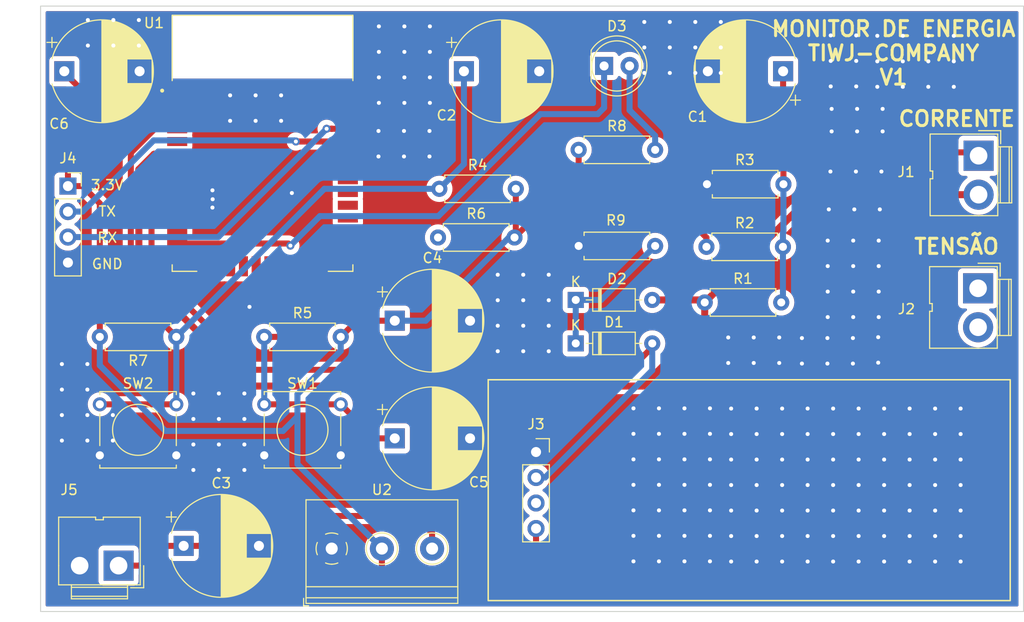
<source format=kicad_pcb>
(kicad_pcb (version 20211014) (generator pcbnew)
  (layers (0 "F.Cu" signal) (31 "B.Cu" signal) (34 "B.Paste" user) (35 "F.Paste" user) (36 "B.SilkS" user "B.Silkscreen") (37 "F.SilkS" user "F.Silkscreen") (38 "B.Mask" user) (39 "F.Mask" user) (44 "Edge.Cuts" user))
  (net 0 "")
  (net 1 "Net-(C1-Pad1)")
  (net 2 "GND")
  (net 3 "3.3V")
  (net 4 "5V")
  (net 5 "ADC1")
  (net 6 "ADCX")
  (net 7 "ADC0")
  (net 8 "LED")
  (net 9 "Net-(D3-Pad2)")
  (net 10 "RST")
  (net 11 "Net-(R6-Pad1)")
  (net 12 "FSH")
  (net 14 "TX")
  (net 15 "RX")
  (net 17 "FASE")
  (net 18 "NEUTRO")
  (footprint "Capacitor_THT:CP_Radial_D10.0mm_P7.50mm" (layer "F.Cu") (at 133.3223 67.18)
    (fp_text reference "C2" (at -1.7423 4.39) (layer "F.SilkS"))
    (fp_text value "100n")
    (pad "1" thru_hole rect (at 0 0) (size 2 2) (drill 1) (layers *.Cu *.Mask) (net 12 "FSH"))
    (pad "2" thru_hole circle (at 7.5 0) (size 2 2) (drill 1) (layers *.Cu *.Mask) (net 2 "GND"))
  )
  (footprint "Resistor_THT:R_Axial_DIN0207_L6.3mm_D2.5mm_P7.62mm_Horizontal" (layer "F.Cu") (at 152.37 84.58 180)
    (fp_text reference "R9" (at 3.91 2.55) (layer "F.SilkS"))
    (fp_text value "10k")
    (pad "1" thru_hole circle (at 0 0 180) (size 1.6 1.6) (drill 0.8) (layers *.Cu *.Mask) (net 6 "ADCX"))
    (pad "2" thru_hole oval (at 7.62 0 180) (size 1.6 1.6) (drill 0.8) (layers *.Cu *.Mask) (net 2 "GND"))
  )
  (footprint "Resistor_THT:R_Axial_DIN0207_L6.3mm_D2.5mm_P7.62mm_Horizontal" (layer "F.Cu") (at 104.67 93.64 180)
    (fp_text reference "R7" (at 3.81 -2.37) (layer "F.SilkS"))
    (fp_text value "10k")
    (pad "1" thru_hole circle (at 0 0 180) (size 1.6 1.6) (drill 0.8) (layers *.Cu *.Mask) (net 12 "FSH"))
    (pad "2" thru_hole oval (at 7.62 0 180) (size 1.6 1.6) (drill 0.8) (layers *.Cu *.Mask) (net 3 "3.3V"))
  )
  (footprint "TerminalBlock_Philmore:TerminalBlock_Philmore_TB133_1x03_P5.00mm_Horizontal" (layer "F.Cu") (at 120.15 114.73)
    (fp_text reference "U2" (at 5 -5.86) (layer "F.SilkS"))
    (fp_text value "LM1117-3.3")
    (pad "1" thru_hole rect (at 0 0) (size 2.4 2.4) (drill 1.2) (layers *.Cu *.Mask) (net 2 "GND"))
    (pad "2" thru_hole circle (at 5 0) (size 2.4 2.4) (drill 1.2) (layers *.Cu *.Mask) (net 3 "3.3V"))
    (pad "3" thru_hole circle (at 10 0) (size 2.4 2.4) (drill 1.2) (layers *.Cu *.Mask) (net 4 "5V"))
  )
  (footprint "Resistor_THT:R_Axial_DIN0207_L6.3mm_D2.5mm_P7.62mm_Horizontal" (layer "F.Cu") (at 130.74 83.74)
    (fp_text reference "R6" (at 3.81 -2.37) (layer "F.SilkS"))
    (fp_text value "10k")
    (pad "1" thru_hole circle (at 0 0) (size 1.6 1.6) (drill 0.8) (layers *.Cu *.Mask) (net 11 "Net-(R6-Pad1)"))
    (pad "2" thru_hole oval (at 7.62 0) (size 1.6 1.6) (drill 0.8) (layers *.Cu *.Mask) (net 3 "3.3V"))
  )
  (footprint "Resistor_THT:R_Axial_DIN0207_L6.3mm_D2.5mm_P7.62mm_Horizontal" (layer "F.Cu") (at 157.48 84.67)
    (fp_text reference "R2" (at 3.81 -2.37) (layer "F.SilkS"))
    (fp_text value "475k")
    (pad "1" thru_hole circle (at 0 0) (size 1.6 1.6) (drill 0.8) (layers *.Cu *.Mask) (net 3 "3.3V"))
    (pad "2" thru_hole oval (at 7.62 0) (size 1.6 1.6) (drill 0.8) (layers *.Cu *.Mask) (net 1 "Net-(C1-Pad1)"))
  )
  (footprint "Connector_PinSocket_2.54mm:PinSocket_1x04_P2.54mm_Vertical" (layer "F.Cu") (at 140.505 105.11)
    (fp_text reference "J3" (at 0 -2.77) (layer "F.SilkS"))
    (fp_text value "Conn_01x04_Female")
    (pad "1" thru_hole rect (at 0 0) (size 1.7 1.7) (drill 1) (layers *.Cu *.Mask) (net 2 "GND"))
    (pad "2" thru_hole oval (at 0 2.54) (size 1.7 1.7) (drill 1) (layers *.Cu *.Mask) (net 5 "ADC1"))
    (pad "3" thru_hole oval (at 0 5.08) (size 1.7 1.7) (drill 1) (layers *.Cu *.Mask))
    (pad "4" thru_hole oval (at 0 7.62) (size 1.7 1.7) (drill 1) (layers *.Cu *.Mask) (net 3 "3.3V"))
  )
  (footprint "Capacitor_THT:CP_Radial_D10.0mm_P7.50mm" (layer "F.Cu") (at 93.512323 67.18)
    (fp_text reference "C6" (at -0.522323 5.23) (layer "F.SilkS"))
    (fp_text value "100n")
    (pad "1" thru_hole rect (at 0 0) (size 2 2) (drill 1) (layers *.Cu *.Mask) (net 3 "3.3V"))
    (pad "2" thru_hole circle (at 7.5 0) (size 2 2) (drill 1) (layers *.Cu *.Mask) (net 2 "GND"))
  )
  (footprint "Connector:JWT_A3963_1x02_P3.96mm_Vertical" (layer "F.Cu") (at 184.54 88.8025 -90)
    (fp_text reference "J2" (at 2.0675 7.14 180) (layer "F.SilkS"))
    (fp_text value "Screw_Terminal_01x02")
    (pad "1" thru_hole rect (at 0 0 270) (size 3 3) (drill 1.75) (layers *.Cu *.Mask) (net 17 "FASE"))
    (pad "2" thru_hole circle (at 3.88 0 270) (size 3 3) (drill 1.75) (layers *.Cu *.Mask) (net 18 "NEUTRO"))
  )
  (footprint "Diode_THT:D_DO-35_SOD27_P7.62mm_Horizontal" (layer "F.Cu") (at 144.46 89.96)
    (fp_text reference "D2" (at 4.1 -2.09) (layer "F.SilkS"))
    (fp_text value "DIODE")
    (fp_text user "K" (at 0 -1.8) (layer "F.SilkS"))
    (pad "1" thru_hole oval (at 7.62 0) (size 1.6 1.6) (drill 0.8) (layers *.Cu *.Mask) (net 7 "ADC0"))
    (pad "2" thru_hole rect (at 0 0) (size 1.6 1.6) (drill 0.8) (layers *.Cu *.Mask) (net 6 "ADCX"))
  )
  (footprint "Resistor_THT:R_Axial_DIN0207_L6.3mm_D2.5mm_P7.62mm_Horizontal" (layer "F.Cu") (at 113.43 93.64)
    (fp_text reference "R5" (at 3.81 -2.37) (layer "F.SilkS"))
    (fp_text value "10k")
    (pad "1" thru_hole circle (at 0 0) (size 1.6 1.6) (drill 0.8) (layers *.Cu *.Mask) (net 10 "RST"))
    (pad "2" thru_hole oval (at 7.62 0) (size 1.6 1.6) (drill 0.8) (layers *.Cu *.Mask) (net 3 "3.3V"))
  )
  (footprint "Capacitor_THT:CP_Radial_D10.0mm_P7.50mm" (layer "F.Cu") (at 165.1177 67.18 180)
    (fp_text reference "C1" (at 8.5277 -4.53) (layer "F.SilkS"))
    (fp_text value "10u")
    (pad "1" thru_hole rect (at 0 0 180) (size 2 2) (drill 1) (layers *.Cu *.Mask) (net 1 "Net-(C1-Pad1)"))
    (pad "2" thru_hole circle (at 7.5 0 180) (size 2 2) (drill 1) (layers *.Cu *.Mask) (net 2 "GND"))
  )
  (footprint "Capacitor_THT:CP_Radial_D10.0mm_P7.50mm" (layer "F.Cu") (at 105.4023 114.46)
    (fp_text reference "C3" (at 3.75 -6.25) (layer "F.SilkS"))
    (fp_text value "10uF")
    (pad "1" thru_hole rect (at 0 0) (size 2 2) (drill 1) (layers *.Cu *.Mask) (net 4 "5V"))
    (pad "2" thru_hole circle (at 7.5 0) (size 2 2) (drill 1) (layers *.Cu *.Mask) (net 2 "GND"))
  )
  (footprint "LED_THT:LED_D5.0mm_IRBlack" (layer "F.Cu") (at 147.285 66.65)
    (fp_text reference "D3" (at 1.27 -3.96) (layer "F.SilkS"))
    (fp_text value "LED")
    (pad "1" thru_hole rect (at 0 0) (size 1.8 1.8) (drill 0.9) (layers *.Cu *.Mask) (net 8 "LED"))
    (pad "2" thru_hole circle (at 2.54 0) (size 1.8 1.8) (drill 0.9) (layers *.Cu *.Mask) (net 9 "Net-(D3-Pad2)"))
  )
  (footprint "Resistor_THT:R_Axial_DIN0207_L6.3mm_D2.5mm_P7.62mm_Horizontal" (layer "F.Cu") (at 130.87 78.89)
    (fp_text reference "R4" (at 3.81 -2.37) (layer "F.SilkS"))
    (fp_text value "10k")
    (pad "1" thru_hole circle (at 0 0) (size 1.6 1.6) (drill 0.8) (layers *.Cu *.Mask) (net 12 "FSH"))
    (pad "2" thru_hole oval (at 7.62 0) (size 1.6 1.6) (drill 0.8) (layers *.Cu *.Mask) (net 3 "3.3V"))
  )
  (footprint "Connector_PinSocket_2.54mm:PinSocket_1x04_P2.54mm_Vertical" (layer "F.Cu") (at 93.875 78.62)
    (fp_text reference "J4" (at 0 -2.77) (layer "F.SilkS"))
    (fp_text value "Conn_01x04_Male")
    (pad "1" thru_hole rect (at 0 0) (size 1.7 1.7) (drill 1) (layers *.Cu *.Mask) (net 3 "3.3V"))
    (pad "2" thru_hole oval (at 0 2.54) (size 1.7 1.7) (drill 1) (layers *.Cu *.Mask) (net 14 "TX"))
    (pad "3" thru_hole oval (at 0 5.08) (size 1.7 1.7) (drill 1) (layers *.Cu *.Mask) (net 15 "RX"))
    (pad "4" thru_hole oval (at 0 7.62) (size 1.7 1.7) (drill 1) (layers *.Cu *.Mask) (net 2 "GND"))
  )
  (footprint "Capacitor_THT:CP_Radial_D10.0mm_P7.50mm" (layer "F.Cu") (at 126.432323 103.75)
    (fp_text reference "C5" (at 8.367677 4.37) (layer "F.SilkS"))
    (fp_text value "100n")
    (pad "1" thru_hole rect (at 0 0) (size 2 2) (drill 1) (layers *.Cu *.Mask) (net 10 "RST"))
    (pad "2" thru_hole circle (at 7.5 0) (size 2 2) (drill 1) (layers *.Cu *.Mask) (net 2 "GND"))
  )
  (footprint "Connector:JWT_A3963_1x02_P3.96mm_Vertical" (layer "F.Cu") (at 184.59 75.595 -90)
    (fp_text reference "J1" (at 1.615 7.22 180) (layer "F.SilkS"))
    (fp_text value "Screw_Terminal_01x02")
    (pad "1" thru_hole rect (at 0 0 270) (size 3 3) (drill 1.75) (layers *.Cu *.Mask) (net 1 "Net-(C1-Pad1)"))
    (pad "2" thru_hole circle (at 3.88 0 270) (size 3 3) (drill 1.75) (layers *.Cu *.Mask) (net 7 "ADC0"))
  )
  (footprint "Button_Switch_THT:SW_Tactile_Straight_KSL0Axx1LFTR" (layer "F.Cu") (at 113.43 100.36)
    (fp_text reference "SW1" (at 3.81 -2.08) (layer "F.SilkS"))
    (fp_text value "SW_Push")
    (pad "1" thru_hole circle (at 0 0) (size 1.397 1.397) (drill 0.8128) (layers *.Cu *.Mask) (net 10 "RST"))
    (pad "1" thru_hole circle (at 7.62 0) (size 1.397 1.397) (drill 0.8128) (layers *.Cu *.Mask) (net 10 "RST"))
    (pad "2" thru_hole circle (at 0 5.08) (size 1.397 1.397) (drill 0.8128) (layers *.Cu *.Mask) (net 2 "GND"))
    (pad "2" thru_hole circle (at 7.62 5.08) (size 1.397 1.397) (drill 0.8128) (layers *.Cu *.Mask) (net 2 "GND"))
  )
  (footprint "Button_Switch_THT:SW_Tactile_Straight_KSL0Axx1LFTR" (layer "F.Cu") (at 97.05 100.36)
    (fp_text reference "SW2" (at 3.81 -2.08) (layer "F.SilkS"))
    (fp_text value "SW_Push")
    (pad "1" thru_hole circle (at 0 0) (size 1.397 1.397) (drill 0.8128) (layers *.Cu *.Mask) (net 12 "FSH"))
    (pad "1" thru_hole circle (at 7.62 0) (size 1.397 1.397) (drill 0.8128) (layers *.Cu *.Mask) (net 12 "FSH"))
    (pad "2" thru_hole circle (at 0 5.08) (size 1.397 1.397) (drill 0.8128) (layers *.Cu *.Mask) (net 2 "GND"))
    (pad "2" thru_hole circle (at 7.62 5.08) (size 1.397 1.397) (drill 0.8128) (layers *.Cu *.Mask) (net 2 "GND"))
  )
  (footprint "Diode_THT:D_DO-35_SOD27_P7.62mm_Horizontal" (layer "F.Cu") (at 144.46 94.29)
    (fp_text reference "D1" (at 3.81 -2.12) (layer "F.SilkS"))
    (fp_text value "DIODE")
    (fp_text user "K" (at 0 -1.8) (layer "F.SilkS"))
    (pad "1" thru_hole oval (at 7.62 0) (size 1.6 1.6) (drill 0.8) (layers *.Cu *.Mask) (net 5 "ADC1"))
    (pad "2" thru_hole rect (at 0 0) (size 1.6 1.6) (drill 0.8) (layers *.Cu *.Mask) (net 6 "ADCX"))
  )
  (footprint "Connector:JWT_A3963_1x02_P3.96mm_Vertical" (layer "F.Cu") (at 98.92 116.43 180)
    (fp_text reference "J5" (at 4.93 7.55) (layer "F.SilkS"))
    (fp_text value "Screw_Terminal_01x02")
    (pad "1" thru_hole rect (at 0 0 180) (size 3 3) (drill 1.75) (layers *.Cu *.Mask) (net 4 "5V"))
    (pad "2" thru_hole circle (at 3.88 0 180) (size 3 3) (drill 1.75) (layers *.Cu *.Mask) (net 2 "GND"))
  )
  (footprint "esp32:MODULE_ESP32-WROOM-32" (layer "F.Cu") (at 113.26 74.36)
    (fp_text reference "U1" (at -10.81 -11.99) (layer "F.SilkS"))
    (fp_text value "ESP32-WROOM-32")
    (pad "1" smd rect (at -8.5 -5.26) (size 2 0.9) (layers "F.Cu" "F.Paste" "F.Mask") (net 2 "GND"))
    (pad "2" smd rect (at -8.5 -3.99) (size 2 0.9) (layers "F.Cu" "F.Paste" "F.Mask") (net 3 "3.3V"))
    (pad "3" smd rect (at -8.5 -2.72) (size 2 0.9) (layers "F.Cu" "F.Paste" "F.Mask") (net 12 "FSH"))
    (pad "4" smd rect (at -8.5 -1.45) (size 2 0.9) (layers "F.Cu" "F.Paste" "F.Mask"))
    (pad "5" smd rect (at -8.5 -0.18) (size 2 0.9) (layers "F.Cu" "F.Paste" "F.Mask"))
    (pad "6" smd rect (at -8.5 1.09) (size 2 0.9) (layers "F.Cu" "F.Paste" "F.Mask") (net 7 "ADC0"))
    (pad "7" smd rect (at -8.5 2.36) (size 2 0.9) (layers "F.Cu" "F.Paste" "F.Mask") (net 5 "ADC1"))
    (pad "8" smd rect (at -8.5 3.63) (size 2 0.9) (layers "F.Cu" "F.Paste" "F.Mask"))
    (pad "9" smd rect (at -8.5 4.9) (size 2 0.9) (layers "F.Cu" "F.Paste" "F.Mask"))
    (pad "10" smd rect (at -8.5 6.17) (size 2 0.9) (layers "F.Cu" "F.Paste" "F.Mask"))
    (pad "11" smd rect (at -8.5 7.44) (size 2 0.9) (layers "F.Cu" "F.Paste" "F.Mask"))
    (pad "12" smd rect (at -8.5 8.71) (size 2 0.9) (layers "F.Cu" "F.Paste" "F.Mask"))
    (pad "13" smd rect (at -8.5 9.98) (size 2 0.9) (layers "F.Cu" "F.Paste" "F.Mask") (net 8 "LED"))
    (pad "14" smd rect (at -8.5 11.25) (size 2 0.9) (layers "F.Cu" "F.Paste" "F.Mask"))
    (pad "15" smd rect (at -5.715 12.25) (size 0.9 2) (layers "F.Cu" "F.Paste" "F.Mask") (net 2 "GND"))
    (pad "16" smd rect (at -4.445 12.25) (size 0.9 2) (layers "F.Cu" "F.Paste" "F.Mask"))
    (pad "17" smd rect (at -3.175 12.25) (size 0.9 2) (layers "F.Cu" "F.Paste" "F.Mask"))
    (pad "18" smd rect (at -1.905 12.25) (size 0.9 2) (layers "F.Cu" "F.Paste" "F.Mask"))
    (pad "19" smd rect (at -0.635 12.25) (size 0.9 2) (layers "F.Cu" "F.Paste" "F.Mask"))
    (pad "20" smd rect (at 0.635 12.25) (size 0.9 2) (layers "F.Cu" "F.Paste" "F.Mask"))
    (pad "21" smd rect (at 1.905 12.25) (size 0.9 2) (layers "F.Cu" "F.Paste" "F.Mask"))
    (pad "22" smd rect (at 3.175 12.25) (size 0.9 2) (layers "F.Cu" "F.Paste" "F.Mask"))
    (pad "23" smd rect (at 4.445 12.25) (size 0.9 2) (layers "F.Cu" "F.Paste" "F.Mask"))
    (pad "24" smd rect (at 5.715 12.25) (size 0.9 2) (layers "F.Cu" "F.Paste" "F.Mask"))
    (pad "25" smd rect (at 8.5 11.25) (size 2 0.9) (layers "F.Cu" "F.Paste" "F.Mask") (net 10 "RST"))
    (pad "26" smd rect (at 8.5 9.98) (size 2 0.9) (layers "F.Cu" "F.Paste" "F.Mask"))
    (pad "27" smd rect (at 8.5 8.71) (size 2 0.9) (layers "F.Cu" "F.Paste" "F.Mask"))
    (pad "28" smd rect (at 8.5 7.44) (size 2 0.9) (layers "F.Cu" "F.Paste" "F.Mask"))
    (pad "29" smd rect (at 8.5 6.17) (size 2 0.9) (layers "F.Cu" "F.Paste" "F.Mask"))
    (pad "30" smd rect (at 8.5 4.9) (size 2 0.9) (layers "F.Cu" "F.Paste" "F.Mask"))
    (pad "31" smd rect (at 8.5 3.63) (size 2 0.9) (layers "F.Cu" "F.Paste" "F.Mask"))
    (pad "32" smd rect (at 8.5 2.36) (size 2 0.9) (layers "F.Cu" "F.Paste" "F.Mask"))
    (pad "33" smd rect (at 8.5 1.09) (size 2 0.9) (layers "F.Cu" "F.Paste" "F.Mask"))
    (pad "34" smd rect (at 8.5 -0.18) (size 2 0.9) (layers "F.Cu" "F.Paste" "F.Mask") (net 14 "TX"))
    (pad "35" smd rect (at 8.5 -1.45) (size 2 0.9) (layers "F.Cu" "F.Paste" "F.Mask") (net 15 "RX"))
    (pad "36" smd rect (at 8.5 -2.72) (size 2 0.9) (layers "F.Cu" "F.Paste" "F.Mask"))
    (pad "37" smd rect (at 8.5 -3.99) (size 2 0.9) (layers "F.Cu" "F.Paste" "F.Mask"))
    (pad "38" smd rect (at 8.5 -5.26) (size 2 0.9) (layers "F.Cu" "F.Paste" "F.Mask") (net 2 "GND"))
    (pad "39_1" smd rect (at -2.835 0.405) (size 1.33 1.33) (layers "F.Cu" "F.Paste" "F.Mask") (net 2 "GND"))
    (pad "39_2" smd rect (at -1 0.405) (size 1.33 1.33) (layers "F.Cu" "F.Paste" "F.Mask") (net 2 "GND"))
    (pad "39_3" smd rect (at 0.835 0.405) (size 1.33 1.33) (layers "F.Cu" "F.Paste" "F.Mask") (net 2 "GND"))
    (pad "39_4" smd rect (at -2.835 2.24) (size 1.33 1.33) (layers "F.Cu" "F.Paste" "F.Mask") (net 2 "GND"))
    (pad "39_5" smd rect (at -1 2.24) (size 1.33 1.33) (layers "F.Cu" "F.Paste" "F.Mask") (net 2 "GND"))
    (pad "39_6" smd rect (at 0.835 2.24) (size 1.33 1.33) (layers "F.Cu" "F.Paste" "F.Mask") (net 2 "GND"))
    (pad "39_7" smd rect (at -2.835 4.075) (size 1.33 1.33) (layers "F.Cu" "F.Paste" "F.Mask") (net 2 "GND"))
    (pad "39_8" smd rect (at -1 4.075) (size 1.33 1.33) (layers "F.Cu" "F.Paste" "F.Mask") (net 2 "GND"))
    (pad "39_9" smd rect (at 0.835 4.075) (size 1.33 1.33) (layers "F.Cu" "F.Paste" "F.Mask") (net 2 "GND"))
    (zone (net 0) (net_name "") (layer "F.Cu") (connect_pads (clearance 0)) (min_thickness 0.01)
      (keepout (tracks not_allowed) (vias not_allowed) (pads not_allowed) (copperpour not_allowed) (footprints allowed))
      (fill (thermal_gap 0.508) (thermal_bridge_width 0.508))
      (polygon (pts (xy 104.26 61.61) (xy 122.26 61.61) (xy 122.26 67.91) (xy 104.26 67.91)))
    )
    (zone (net 0) (net_name "") (layer "B.Cu") (connect_pads (clearance 0)) (min_thickness 0.01)
      (keepout (tracks not_allowed) (vias not_allowed) (pads not_allowed) (copperpour not_allowed) (footprints allowed))
      (fill (thermal_gap 0.508) (thermal_bridge_width 0.508))
      (polygon (pts (xy 104.26 61.61) (xy 122.26 61.61) (xy 122.26 67.91) (xy 104.26 67.91)))
    )
  )
  (footprint "Resistor_THT:R_Axial_DIN0207_L6.3mm_D2.5mm_P7.62mm_Horizontal" (layer "F.Cu") (at 165.15 78.43 180)
    (fp_text reference "R3" (at 3.85 2.42) (layer "F.SilkS"))
    (fp_text value "475k")
    (pad "1" thru_hole circle (at 0 0 180) (size 1.6 1.6) (drill 0.8) (layers *.Cu *.Mask) (net 1 "Net-(C1-Pad1)"))
    (pad "2" thru_hole oval (at 7.62 0 180) (size 1.6 1.6) (drill 0.8) (layers *.Cu *.Mask) (net 2 "GND"))
  )
  (footprint "Resistor_THT:R_Axial_DIN0207_L6.3mm_D2.5mm_P7.62mm_Horizontal" (layer "F.Cu") (at 144.75 75.01)
    (fp_text reference "R8" (at 3.81 -2.37) (layer "F.SilkS"))
    (fp_text value "470")
    (pad "1" thru_hole circle (at 0 0) (size 1.6 1.6) (drill 0.8) (layers *.Cu *.Mask) (net 3 "3.3V"))
    (pad "2" thru_hole oval (at 7.62 0) (size 1.6 1.6) (drill 0.8) (layers *.Cu *.Mask) (net 9 "Net-(D3-Pad2)"))
  )
  (footprint "Capacitor_THT:CP_Radial_D10.0mm_P7.50mm" (layer "F.Cu") (at 126.432323 92.03)
    (fp_text reference "C4" (at 3.75 -6.25) (layer "F.SilkS"))
    (fp_text value "10uF")
    (pad "1" thru_hole rect (at 0 0) (size 2 2) (drill 1) (layers *.Cu *.Mask) (net 3 "3.3V"))
    (pad "2" thru_hole circle (at 7.5 0) (size 2 2) (drill 1) (layers *.Cu *.Mask) (net 2 "GND"))
  )
  (footprint "Resistor_THT:R_Axial_DIN0207_L6.3mm_D2.5mm_P7.62mm_Horizontal" (layer "F.Cu") (at 157.31 90.21)
    (fp_text reference "R1" (at 3.81 -2.37) (layer "F.SilkS"))
    (fp_text value "22")
    (pad "1" thru_hole circle (at 0 0) (size 1.6 1.6) (drill 0.8) (layers *.Cu *.Mask) (net 7 "ADC0"))
    (pad "2" thru_hole oval (at 7.62 0) (size 1.6 1.6) (drill 0.8) (layers *.Cu *.Mask) (net 1 "Net-(C1-Pad1)"))
  )
  (gr_rect (start 135.74 119.91) (end 187.74 97.91) (layer "F.SilkS") (width 0.15) (fill none))
  (gr_rect (start 91.15 60.69) (end 189.07 121) (layer "Edge.Cuts") (width 0.1) (fill none))
  (gr_text "3.3V\n" (at 97.79 78.52) (layer "F.SilkS") (effects (font (size 1 1))))
  (gr_text "MONITOR DE ENERGIA\nTIWJ-COMPANY\nV1" (at 176.12 65.37) (layer "F.SilkS") (effects (font (size 1.5 1.5) (thickness 0.3))))
  (gr_text "RX" (at 97.79 83.76) (layer "F.SilkS") (effects (font (size 1 1))))
  (gr_text "TENSÃO" (at 182.4 84.64) (layer "F.SilkS") (effects (font (size 1.5 1.5) (thickness 0.3))))
  (gr_text "CORRENTE" (at 182.41 71.91) (layer "F.SilkS") (effects (font (size 1.5 1.5) (thickness 0.3))))
  (gr_text "TX" (at 97.79 81.14) (layer "F.SilkS") (effects (font (size 1 1))))
  (gr_text "GND" (at 97.79 86.38) (layer "F.SilkS") (effects (font (size 1 1))))
  (segment (start 165.17 76.12) (end 166.03 75.26) (width 0.6) (layer "F.Cu") (net 1))
  (segment (start 165.15 78.43) (end 165.15 75.595) (width 0.6) (layer "F.Cu") (net 1))
  (segment (start 184.255 75.26) (end 184.59 75.595) (width 0.6) (layer "F.Cu") (net 1))
  (segment (start 165.15 71.3223) (end 165.1177 71.29) (width 0.6) (layer "F.Cu") (net 1))
  (segment (start 165.15 75.595) (end 165.15 71.3223) (width 0.6) (layer "F.Cu") (net 1))
  (segment (start 166.03 75.26) (end 184.255 75.26) (width 0.6) (layer "F.Cu") (net 1))
  (segment (start 165.15 75.595) (end 165.15 76.1) (width 0.6) (layer "F.Cu") (net 1))
  (segment (start 165.1177 71.29) (end 165.1177 67.18) (width 0.6) (layer "F.Cu") (net 1))
  (segment (start 165.15 76.1) (end 165.17 76.12) (width 0.6) (layer "F.Cu") (net 1))
  (segment (start 165.1 90.04) (end 165.1 84.67) (width 0.6) (layer "B.Cu") (net 1))
  (segment (start 164.93 90.21) (end 165.1 90.04) (width 0.6) (layer "B.Cu") (net 1))
  (segment (start 165.15 78.43) (end 165.15 83.22) (width 0.6) (layer "B.Cu") (net 1))
  (segment (start 165.15 83.22) (end 165.1 83.27) (width 0.6) (layer "B.Cu") (net 1))
  (segment (start 165.1 84.67) (end 165.1 83.27) (width 0.6) (layer "B.Cu") (net 1))
  (via (at 175.18 100.78) (size 0.8) (drill 0.4) (layers "F.Cu" "B.Cu") (net 2))
  (via (at 167.56 103.32) (size 0.8) (drill 0.4) (layers "F.Cu" "B.Cu") (net 2))
  (via (at 169.95 73.17) (size 0.8) (drill 0.4) (layers "F.Cu" "B.Cu") (net 2))
  (via (at 180.26 113.48) (size 0.8) (drill 0.4) (layers "F.Cu" "B.Cu") (net 2))
  (via (at 158.91 64.81) (size 0.8) (drill 0.4) (layers "F.Cu" "B.Cu") (net 2))
  (via (at 108.91 106.9) (size 0.8) (drill 0.4) (layers "F.Cu" "B.Cu") (net 2))
  (via (at 169.67 80.94) (size 0.8) (drill 0.4) (layers "F.Cu" "B.Cu") (net 2))
  (via (at 110.03 72.12) (size 0.8) (drill 0.4) (layers "F.Cu" "B.Cu") (net 2))
  (via (at 169.56 89.13) (size 0.8) (drill 0.4) (layers "F.Cu" "B.Cu") (net 2))
  (via (at 157.83 113.46) (size 0.8) (drill 0.4) (layers "F.Cu" "B.Cu") (net 2))
  (via (at 95.86 62.08) (size 0.8) (drill 0.4) (layers "F.Cu" "B.Cu") (net 2))
  (via (at 152.75 110.92) (size 0.8) (drill 0.4) (layers "F.Cu" "B.Cu") (net 2))
  (via (at 100.94 62.08) (size 0.8) (drill 0.4) (layers "F.Cu" "B.Cu") (net 2))
  (via (at 179.58 63.65) (size 0.8) (drill 0.4) (layers "F.Cu" "B.Cu") (net 2))
  (via (at 182.12 63.65) (size 0.8) (drill 0.4) (layers "F.Cu" "B.Cu") (net 2))
  (via (at 152.75 105.84) (size 0.8) (drill 0.4) (layers "F.Cu" "B.Cu") (net 2))
  (via (at 151.29 64.81) (size 0.8) (drill 0.4) (layers "F.Cu" "B.Cu") (net 2))
  (via (at 174.91 77.17) (size 0.8) (drill 0.4) (layers "F.Cu" "B.Cu") (net 2))
  (via (at 111.45 104.36) (size 0.8) (drill 0.4) (layers "F.Cu" "B.Cu") (net 2))
  (via (at 174.64 91.67) (size 0.8) (drill 0.4) (layers "F.Cu" "B.Cu") (net 2))
  (via (at 164.73 96.24) (size 0.8) (drill 0.4) (layers "F.Cu" "B.Cu") (net 2))
  (via (at 108.91 104.36) (size 0.8) (drill 0.4) (layers "F.Cu" "B.Cu") (net 2))
  (via (at 169.56 84.05) (size 0.8) (drill 0.4) (layers "F.Cu" "B.Cu") (net 2))
  (via (at 172.64 108.4) (size 0.8) (drill 0.4) (layers "F.Cu" "B.Cu") (net 2))
  (via (at 182.12 66.19) (size 0.8) (drill 0.4) (layers "F.Cu" "B.Cu") (net 2))
  (via (at 172.64 110.94) (size 0.8) (drill 0.4) (layers "F.Cu" "B.Cu") (net 2))
  (via (at 177.72 108.4) (size 0.8) (drill 0.4) (layers "F.Cu" "B.Cu") (net 2))
  (via (at 174.5 63.65) (size 0.8) (drill 0.4) (layers "F.Cu" "B.Cu") (net 2))
  (via (at 155.29 110.92) (size 0.8) (drill 0.4) (layers "F.Cu" "B.Cu") (net 2))
  (via (at 170.1 103.32) (size 0.8) (drill 0.4) (layers "F.Cu" "B.Cu") (net 2))
  (via (at 139.23 87.45) (size 0.8) (drill 0.4) (layers "F.Cu" "B.Cu") (net 2))
  (via (at 156.37 64.81) (size 0.8) (drill 0.4) (layers "F.Cu" "B.Cu") (net 2))
  (via (at 177.72 116.02) (size 0.8) (drill 0.4) (layers "F.Cu" "B.Cu") (net 2))
  (via (at 172.21 80.94) (size 0.8) (drill 0.4) (layers "F.Cu" "B.Cu") (net 2))
  (via (at 172.49 73.17) (size 0.8) (drill 0.4) (layers "F.Cu" "B.Cu") (net 2))
  (via (at 172.4 66.15) (size 0.8) (drill 0.4) (layers "F.Cu" "B.Cu") (net 2))
  (via (at 162.48 100.78) (size 0.8) (drill 0.4) (layers "F.Cu" "B.Cu") (net 2))
  (via (at 164.73 93.7) (size 0.8) (drill 0.4) (layers "F.Cu" "B.Cu") (net 2))
  (via (at 153.83 62.27) (size 0.8) (drill 0.4) (layers "F.Cu" "B.Cu") (net 2))
  (via (at 129.93 70.33) (size 0.8) (drill 0.4) (layers "F.Cu" "B.Cu") (net 2))
  (via (at 108.91 99.28) (size 0.8) (drill 0.4) (layers "F.Cu" "B.Cu") (net 2))
  (via (at 177.72 103.32) (size 0.8) (drill 0.4) (layers "F.Cu" "B.Cu") (net 2))
  (via (at 166.99 93.76) (size 0.8) (drill 0.4) (layers "F.Cu" "B.Cu") (net 2))
  (via (at 110.03 69.58) (size 0.8) (drill 0.4) (layers "F.Cu" "B.Cu") (net 2))
  (via (at 180.26 103.32) (size 0.8) (drill 0.4) (layers "F.Cu" "B.Cu") (net 2))
  (via (at 136.69 87.45) (size 0.8) (drill 0.4) (layers "F.Cu" "B.Cu") (net 2))
  (via (at 175.18 113.48) (size 0.8) (drill 0.4) (layers "F.Cu" "B.Cu") (net 2))
  (via (at 174.64 89.13) (size 0.8) (drill 0.4) (layers "F.Cu" "B.Cu") (net 2))
  (via (at 129.89 73.13) (size 0.8) (drill 0.4) (layers "F.Cu" "B.Cu") (net 2))
  (via (at 172.64 100.78) (size 0.8) (drill 0.4) (layers "F.Cu" "B.Cu") (net 2))
  (via (at 182.8 110.94) (size 0.8) (drill 0.4) (layers "F.Cu" "B.Cu") (net 2))
  (via (at 172.64 116.02) (size 0.8) (drill 0.4) (layers "F.Cu" "B.Cu") (net 2))
  (via (at 180.26 110.94) (size 0.8) (drill 0.4) (layers "F.Cu" "B.Cu") (net 2))
  (via (at 152.75 113.46) (size 0.8) (drill 0.4) (layers "F.Cu" "B.Cu") (net 2))
  (via (at 152.75 100.76) (size 0.8) (drill 0.4) (layers "F.Cu" "B.Cu") (net 2))
  (via (at 179.58 68.73) (size 0.8) (drill 0.4) (layers "F.Cu" "B.Cu") (net 2))
  (via (at 172.1 86.59) (size 0.8) (drill 0.4) (layers "F.Cu" "B.Cu") (net 2))
  (via (at 162.19 96.24) (size 0.8) (drill 0.4) (layers "F.Cu" "B.Cu") (net 2))
  (via (at 175.18 110.94) (size 0.8) (drill 0.4) (layers "F.Cu" "B.Cu") (net 2))
  (via (at 177.72 105.86) (size 0.8) (drill 0.4) (layers "F.Cu" "B.Cu") (net 2))
  (via (at 172.4 68.69) (size 0.8) (drill 0.4) (layers "F.Cu" "B.Cu") (net 2))
  (via (at 129.93 62.71) (size 0.8) (drill 0.4) (layers "F.Cu" "B.Cu") (net 2))
  (via (at 155.29 100.76) (size 0.8) (drill 0.4) (layers "F.Cu" "B.Cu") (net 2))
  (via (at 165.02 105.86) (size 0.8) (drill 0.4) (layers "F.Cu" "B.Cu") (net 2))
  (via (at 159.94 105.86) (size 0.8) (drill 0.4) (layers "F.Cu" "B.Cu") (net 2))
  (via (at 175.18 105.86) (size 0.8) (drill 0.4) (layers "F.Cu" "B.Cu") (net 2))
  (via (at 172.07 96.3) (size 0.8) (drill 0.4) (layers "F.Cu" "B.Cu") (net 2))
  (via (at 170.1 100.78) (size 0.8) (drill 0.4) (layers "F.Cu" "B.Cu") (net 2))
  (via (at 124.85 67.79) (size 0.8) (drill 0.4) (layers "F.Cu" "B.Cu") (net 2))
  (via (at 139.23 89.99) (size 0.8) (drill 0.4) (layers "F.Cu" "B.Cu") (net 2))
  (via (at 172.37 77.17) (size 0.8) (drill 0.4) (layers "F.Cu" "B.Cu") (net 2))
  (via (at 172.64 103.32) (size 0.8) (drill 0.4) (layers "F.Cu" "B.Cu") (net 2))
  (via (at 167.56 110.94) (size 0.8) (drill 0.4) (layers "F.Cu" "B.Cu") (net 2))
  (via (at 175.18 108.4) (size 0.8) (drill 0.4) (layers "F.Cu" "B.Cu") (net 2))
  (via (at 139.23 95.07) (size 0.8) (drill 0.4) (layers "F.Cu" "B.Cu") (net 2))
  (via (at 93.27 98.89) (size 0.8) (drill 0.4) (layers "F.Cu" "B.Cu") (net 2))
  (via (at 141.77 95.07) (size 0.8) (drill 0.4) (layers "F.Cu" "B.Cu") (net 2))
  (via (at 136.69 89.99) (size 0.8) (drill 0.4) (layers "F.Cu" "B.Cu") (net 2))
  (via (at 177.04 63.65) (size 0.8) (drill 0.4) (layers "F.Cu" "B.Cu") (net 2))
  (via (at 182.12 68.73) (size 0.8) (drill 0.4) (layers "F.Cu" "B.Cu") (net 2))
  (via (at 150.21 108.38) (size 0.8) (drill 0.4) (layers "F.Cu" "B.Cu") (net 2))
  (via (at 158.91 67.35) (size 0.8) (drill 0.4) (layers "F.Cu" "B.Cu") (net 2))
  (via (at 112.57 72.12) (size 0.8) (drill 0.4) (layers "F.Cu" "B.Cu") (net 2))
  (via (at 159.94 110.94) (size 0.8) (drill 0.4) (layers "F.Cu" "B.Cu") (net 2))
  (via (at 175.03 70.93) (size 0.8) (drill 0.4) (layers "F.Cu" "B.Cu") (net 2))
  (via (at 169.86 66.15) (size 0.8) (drill 0.4) (layers "F.Cu" "B.Cu") (net 2))
  (via (at 124.85 62.71) (size 0.8) (drill 0.4) (layers "F.Cu" "B.Cu") (net 2))
  (via (at 172.07 93.76) (size 0.8) (drill 0.4) (layers "F.Cu" "B.Cu") (net 2))
  (via (at 106.37 101.82) (size 0.8) (drill 0.4) (layers "F.Cu" "B.Cu") (net 2))
  (via (at 93.27 101.43) (size 0.8) (drill 0.4) (layers "F.Cu" "B.Cu") (net 2))
  (via (at 95.81 96.35) (size 0.8) (drill 0.4) (layers "F.Cu" "B.Cu") (net 2))
  (via (at 111.45 99.28) (size 0.8) (drill 0.4) (layers "F.Cu" "B.Cu") (net 2))
  (via (at 172.4 63.61) (size 0.8) (drill 0.4) (layers "F.Cu" "B.Cu") (net 2))
  (via (at 127.35 73.13) (size 0.8) (drill 0.4) (layers "F.Cu" "B.Cu") (net 2))
  (via (at 157.83 103.3) (size 0.8) (drill 0.4) (layers "F.Cu" "B.Cu") (net 2))
  (via (at 127.39 62.71) (size 0.8) (drill 0.4) (layers "F.Cu" "B.Cu") (net 2))
  (via (at 174.5 66.19) (size 0.8) (drill 0.4) (layers "F.Cu" "B.Cu") (net 2))
  (via (at 112.57 69.58) (size 0.8) (drill 0.4) (layers "F.Cu" "B.Cu") (net 2))
  (via (at 172.49 70.93) (size 0.8) (drill 0.4) (layers "F.Cu" "B.Cu") (net 2))
  (via (at 108.29 79.93) (size 0.8) (drill 0.4) (layers "F.Cu" "B.Cu") (net 2))
  (via (at 155.29 113.46) (size 0.8) (drill 0.4) (layers "F.Cu" "B.Cu") (net 2))
  (via (at 150.21 110.92) (size 0.8) (drill 0.4) (layers "F.Cu" "B.Cu") (net 2))
  (via (at 182.8 103.32) (size 0.8) (drill 0.4) (layers "F.Cu" "B.Cu") (net 2))
  (via (at 169.53 96.3) (size 0.8) (drill 0.4) (layers "F.Cu" "B.Cu") (net 2))
  (via (at 139.23 92.53) (size 0.8) (drill 0.4) (layers "F.Cu" "B.Cu") (net 2))
  (via (at 159.65 93.7) (size 0.8) (drill 0.4) (layers "F.Cu" "B.Cu") (net 2))
  (via (at 177.72 100.78) (size 0.8) (drill 0.4) (layers "F.Cu" "B.Cu") (net 2))
  (via (at 152.75 108.38) (size 0.8) (drill 0.4) (layers "F.Cu" "B.Cu") (net 2))
  (via (at 108.27 80.76) (size 0.8) (drill 0.4) (layers "F.Cu" "B.Cu") (net 2))
  (via (at 162.48 110.94) (size 0.8) (drill 0.4) (layers "F.Cu" "B.Cu") (net 2))
  (via (at 170.1 105.86) (size 0.8) (drill 0.4) (layers "F.Cu" "B.Cu") (net 2))
  (via (at 169.56 91.67) (size 0.8) (drill 0.4) (layers "F.Cu" "B.Cu") (net 2))
  (via (at 165.02 108.4) (size 0.8) (drill 0.4) (layers "F.Cu" "B.Cu") (net 2))
  (via (at 156.37 62.27) (size 0.8) (drill 0.4) (layers "F.Cu" "B.Cu") (net 2))
  (via (at 153.83 64.81) (size 0.8) (drill 0.4) (layers "F.Cu" "B.Cu") (net 2))
  (via (at 180.26 105.86) (size 0.8) (drill 0.4) (layers "F.Cu" "B.Cu") (net 2))
  (via (at 175.18 116.02) (size 0.8) (drill 0.4) (layers "F.Cu" "B.Cu") (net 2))
  (via (at 93.27 103.97) (size 0.8) (drill 0.4) (layers "F.Cu" "B.Cu") (net 2))
  (via (at 172.1 91.67) (size 0.8) (drill 0.4) (layers "F.Cu" "B.Cu") (net 2))
  (via (at 172.64 105.86) (size 0.8) (drill 0.4) (layers "F.Cu" "B.Cu") (net 2))
  (via (at 162.19 93.7) (size 0.8) (drill 0.4) (layers "F.Cu" "B.Cu") (net 2))
  (via (at 177.72 110.94) (size 0.8) (drill 0.4) (layers "F.Cu" "B.Cu") (net 2))
  (via (at 127.39 65.25) (size 0.8) (drill 0.4) (layers "F.Cu" "B.Cu") (net 2))
  (via (at 111.45 106.9) (size 0.8) (drill 0.4) (layers "F.Cu" "B.Cu") (net 2))
  (via (at 159.94 103.32) (size 0.8) (drill 0.4) (layers "F.Cu" "B.Cu") (net 2))
  (via (at 127.39 70.33) (size 0.8) (drill 0.4) (layers "F.Cu" "B.Cu") (net 2))
  (via (at 129.93 67.79) (size 0.8) (drill 0.4) (layers "F.Cu" "B.Cu") (net 2))
  (via (at 159.94 116.02) (size 0.8) (drill 0.4) (layers "F.Cu" "B.Cu") (net 2))
  (via (at 93.27 96.35) (size 0.8) (drill 0.4) (layers "F.Cu" "B.Cu") (net 2))
  (via (at 169.53 93.76) (size 0.8) (drill 0.4) (layers "F.Cu" "B.Cu") (net 2))
  (via (at 150.21 113.46) (size 0.8) (drill 0.4) (layers "F.Cu" "B.Cu") (net 2))
  (via (at 129.89 75.67) (size 0.8) (drill 0.4) (layers "F.Cu" "B.Cu") (net 2))
  (via (at 170.1 116.02) (size 0.8) (drill 0.4) (layers "F.Cu" "B.Cu") (net 2))
  (via (at 165.02 100.78) (size 0.8) (drill 0.4) (layers "F.Cu" "B.Cu") (net 2))
  (via (at 174.5 68.73) (size 0.8) (drill 0.4) (layers "F.Cu" "B.Cu") (net 2))
  (via (at 151.29 62.27) (size 0.8) (drill 0.4) (layers "F.Cu" "B.Cu") (net 2))
  (via (at 124.85 65.25) (size 0.8) (drill 0.4) (layers "F.Cu" "B.Cu") (net 2))
  (via (at 141.77 87.45) (size 0.8) (drill 0.4) (layers "F.Cu" "B.Cu") (net 2))
  (via (at 157.83 116) (size 0.8) (drill 0.4) (layers "F.Cu" "B.Cu") (net 2))
  (via (at 179.58 66.19) (size 0.8) (drill 0.4) (layers "F.Cu" "B.Cu") (net 2))
  (via (at 172.1 84.05) (size 0.8) (drill 0.4) (layers "F.Cu" "B.Cu") (net 2))
  (via (at 180.26 108.4) (size 0.8) (drill 0.4) (layers "F.Cu" "B.Cu") (net 2))
  (via (at 124.81 75.67) (size 0.8) (drill 0.4) (layers "F.Cu" "B.Cu") (net 2))
  (via (at 167.56 113.48) (size 0.8) (drill 0.4) (layers "F.Cu" "B.Cu") (net 2))
  (via (at 177.04 66.19) (size 0.8) (drill 0.4) (layers "F.Cu" "B.Cu") (net 2))
  (via (at 169.86 63.61) (size 0.8) (drill 0.4) (layers "F.Cu" "B.Cu") (net 2))
  (via (at 153.83 67.35) (size 0.8) (drill 0.4) (layers "F.Cu" "B.Cu") (net 2))
  (via (at 162.48 105.86) (size 0.8) (drill 0.4) (layers "F.Cu" "B.Cu") (net 2))
  (via (at 98.4 62.08) (size 0.8) (drill 0.4) (layers "F.Cu" "B.Cu") (net 2))
  (via (at 157.83 110.92) (size 0.8) (drill 0.4) (layers "F.Cu" "B.Cu") (net 2))
  (via (at 159.65 96.24) (size 0.8) (drill 0.4) (layers "F.Cu" "B.Cu") (net 2))
  (via (at 157.83 105.84) (size 0.8) (drill 0.4) (layers "F.Cu" "B.Cu") (net 2))
  (via (at 162.48 113.48) (size 0.8) (drill 0.4) (layers "F.Cu" "B.Cu") (net 2))
  (via (at 98.4 64.62) (size 0.8) (drill 0.4) (layers "F.Cu" "B.Cu") (net 2))
  (via (at 174.59 93.67) (size 0.8) (drill 0.4) (layers "F.Cu" "B.Cu") (net 2))
  (via (at 156.37 67.35) (size 0.8) (drill 0.4) (layers "F.Cu" "B.Cu") (net 2))
  (via (at 162.48 108.4) (size 0.8) (drill 0.4) (layers "F.Cu" "B.Cu") (net 2))
  (via (at 169.95 70.93) (size 0.8) (drill 0.4) (layers "F.Cu" "B.Cu") (net 2))
  (via (at 129.93 65.25) (size 0.8) (drill 0.4) (layers "F.Cu" "B.Cu") (net 2))
  (via (at 167.56 105.86) (size 0.8) (drill 0.4) (layers "F.Cu" "B.Cu") (net 2))
  (via (at 111.45 101.82) (size 0.8) (drill 0.4) (layers "F.Cu" "B.Cu") (net 2))
  (via (at 182.8 100.78) (size 0.8) (drill 0.4) (layers "F.Cu" "B.Cu") (net 2))
  (via (at 111.96 90.65) (size 0.8) (drill 0.4) (layers "F.Cu" "B.Cu") (net 2))
  (via (at 157.83 100.76) (size 0.8) (drill 0.4) (layers "F.Cu" "B.Cu") (net 2))
  (via (at 108.27 79.04) (size 0.8) (drill 0.4) (layers "F.Cu" "B.Cu") (net 2))
  (via (at 108.91 101.82) (size 0.8) (drill 0.4) (layers "F.Cu" "B.Cu") (net 2))
  (via (at 165.02 110.94) (size 0.8) (drill 0.4) (layers "F.Cu" "B.Cu") (net 2))
  (via (at 136.69 95.07) (size 0.8) (drill 0.4) (layers "F.Cu" "B.Cu") (net 2))
  (via (at 124.81 73.13) (size 0.8) (drill 0.4) (layers "F.Cu" "B.Cu") (net 2))
  (via (at 180.26 100.78) (size 0.8) (drill 0.4) (layers "F.Cu" "B.Cu") (net 2))
  (via (at 158.91 62.27) (size 0.8) (drill 0.4) (layers "F.Cu" "B.Cu") (net 2))
  (via (at 167.56 116.02) (size 0.8) (drill 0.4) (layers "F.Cu" "B.Cu") (net 2))
  (via (at 170.1 113.48) (size 0.8) (drill 0.4) (layers "F.Cu" "B.Cu") (net 2))
  (via (at 159.94 100.78) (size 0.8) (drill 0.4) (layers "F.Cu" "B.Cu") (net 2))
  (via (at 174.64 86.59) (size 0.8) (drill 0.4) (layers "F.Cu" "B.Cu") (net 2))
  (via (at 127.39 67.79) (size 0.8) (drill 0.4) (layers "F.Cu" "B.Cu") (net 2))
  (via (at 172.64 113.48) (size 0.8) (drill 0.4) (layers "F.Cu" "B.Cu") (net 2))
  (via (at 174.59 96.21) (size 0.8) (drill 0.4) (layers "F.Cu" "B.Cu") (net 2))
  (via (at 162.48 103.32) (size 0.8) (drill 0.4) (layers "F.Cu" "B.Cu") (net 2))
  (via (at 167.56 108.4) (size 0.8) (drill 0.4) (layers "F.Cu" "B.Cu") (net 2))
  (via (at 150.21 105.84) (size 0.8) (drill 0.4) (layers "F.Cu" "B.Cu") (net 2))
  (via (at 166.99 96.3) (size 0.8) (drill 0.4) (layers "F.Cu" "B.Cu") (net 2))
  (via (at 170.1 110.94) (size 0.8) (drill 0.4) (layers "F.Cu" "B.Cu") (net 2))
  (via (at 174.64 84.05) (size 0.8) (drill 0.4) (layers "F.Cu" "B.Cu") (net 2))
  (via (at 152.75 116) (size 0.8) (drill 0.4) (layers "F.Cu" "B.Cu") (net 2))
  (via (at 175.03 73.17) (size 0.8) (drill 0.4) (layers "F.Cu" "B.Cu") (net 2))
  (via (at 165.02 103.32) (size 0.8) (drill 0.4) (layers "F.Cu" "B.Cu") (net 2))
  (via (at 182.8 116.02) (size 0.8) (drill 0.4) (layers "F.Cu" "B.Cu") (net 2))
  (via (at 106.37 106.9) (size 0.8) (drill 0.4) (layers "F.Cu" "B.Cu") (net 2))
  (via (at 165.02 113.48) (size 0.8) (drill 0.4) (layers "F.Cu" "B.Cu") (net 2))
  (via (at 150.21 116) (size 0.8) (drill 0.4) (layers "F.Cu" "B.Cu") (net 2))
  (via (at 167.56 100.78) (size 0.8) (drill 0.4) (layers "F.Cu" "B.Cu") (net 2))
  (via (at 150.21 100.76) (size 0.8) (drill 0.4) (layers "F.Cu" "B.Cu") (net 2))
  (via (at 165.02 116.02) (size 0.8) (drill 0.4) (layers "F.Cu" "B.Cu") (net 2))
  (via (at 106.37 104.36) (size 0.8) (drill 0.4) (layers "F.Cu" "B.Cu") (net 2))
  (via (at 155.29 108.38) (size 0.8) (drill 0.4) (layers "F.Cu" "B.Cu") (net 2))
  (via (at 95.86 64.62) (size 0.8) (drill 0.4) (layers "F.Cu" "B.Cu") (net 2))
  (via (at 182.8 108.4) (size 0.8) (drill 0.4) (layers "F.Cu" "B.Cu") (net 2))
  (via (at 106.37 99.28) (size 0.8) (drill 0.4) (layers "F.Cu" "B.Cu") (net 2))
  (via (at 116.18 79.31) (size 0.8) (drill 0.4) (layers "F.Cu" "B.Cu") (net 2))
  (via (at 95.81 103.97) (size 0.8) (drill 0.4) (layers "F.Cu" "B.Cu") (net 2))
  (via (at 95.81 101.43) (size 0.8) (drill 0.4) (layers "F.Cu" "B.Cu") (net 2))
  (via (at 169.86 68.69) (size 0.8) (drill 0.4) (layers "F.Cu" "B.Cu") (net 2))
  (via (at 174.75 80.94) (size 0.8) (drill 0.4) (layers "F.Cu" "B.Cu") (net 2))
  (via (at 155.29 103.3) (size 0.8) (drill 0.4) (layers "F.Cu" "B.Cu") (net 2))
  (via (at 182.8 105.86) (size 0.8) (drill 0.4) (layers "F.Cu" "B.Cu") (net 2))
  (via (at 159.94 108.4) (size 0.8) (drill 0.4) (layers "F.Cu" "B.Cu") (net 2))
  (via (at 172.1 89.13) (size 0.8) (drill 0.4) (layers "F.Cu" "B.Cu") (net 2))
  (via (at 175.18 103.32) (size 0.8) (drill 0.4) (layers "F.Cu" "B.Cu") (net 2))
  (via (at 180.26 116.02) (size 0.8) (drill 0.4) (layers "F.Cu" "B.Cu") (net 2))
  (via (at 127.35 75.67) (size 0.8) (drill 0.4) (layers "F.Cu" "B.Cu") (net 2))
  (via (at 155.29 116) (size 0.8) (drill 0.4) (layers "F.Cu" "B.Cu") (net 2))
  (via (at 182.8 113.48) (size 0.8) (drill 0.4) (layers "F.Cu" "B.Cu") (net 2))
  (via (at 141.77 92.53) (size 0.8) (drill 0.4) (layers "F.Cu" "B.Cu") (net 2))
  (via (at 115.11 69.58) (size 0.8) (drill 0.4) (layers "F.Cu" "B.Cu") (net 2))
  (via (at 150.21 103.3) (size 0.8) (drill 0.4) (layers "F.Cu" "B.Cu") (net 2))
  (via (at 159.94 113.48) (size 0.8) (drill 0.4) (layers "F.Cu" "B.Cu") (net 2))
  (via (at 95.81 98.89) (size 0.8) (drill 0.4) (layers "F.Cu" "B.Cu") (net 2))
  (via (at 162.48 116.02) (size 0.8) (drill 0.4) (layers "F.Cu" "B.Cu") (net 2))
  (via (at 155.29 105.84) (size 0.8) (drill 0.4) (layers "F.Cu" "B.Cu") (net 2))
  (via (at 124.85 70.33) (size 0.8) (drill 0.4) (layers "F.Cu" "B.Cu") (net 2))
  (via (at 151.29 67.35) (size 0.8) (drill 0.4) (layers "F.Cu" "B.Cu") (net 2))
  (via (at 169.56 86.59) (size 0.8) (drill 0.4) (layers "F.Cu" "B.Cu") (net 2))
  (via (at 98.35 101.43) (size 0.8) (drill 0.4) (layers "F.Cu" "B.Cu") (net 2))
  (via (at 169.83 77.17) (size 0.8) (drill 0.4) (layers "F.Cu" "B.Cu") (net 2))
  (via (at 100.94 64.62) (size 0.8) (drill 0.4) (layers "F.Cu" "B.Cu") (net 2))
  (via (at 177.72 113.48) (size 0.8) (drill 0.4) (layers "F.Cu" "B.Cu") (net 2))
  (via (at 152.75 103.3) (size 0.8) (drill 0.4) (layers "F.Cu" "B.Cu") (net 2))
  (via (at 136.69 92.53) (size 0.8) (drill 0.4) (layers "F.Cu" "B.Cu") (net 2))
  (via (at 177.04 68.73) (size 0.8) (drill 0.4) (layers "F.Cu" "B.Cu") (net 2))
  (via (at 115.11 72.12) (size 0.8) (drill 0.4) (layers "F.Cu" "B.Cu") (net 2))
  (via (at 141.77 89.99) (size 0.8) (drill 0.4) (layers "F.Cu" "B.Cu") (net 2))
  (via (at 98.35 103.97) (size 0.8) (drill 0.4) (layers "F.Cu" "B.Cu") (net 2))
  (via (at 157.83 108.38) (size 0.8) (drill 0.4) (layers "F.Cu" "B.Cu") (net 2))
  (via (at 170.1 108.4) (size 0.8) (drill 0.4) (layers "F.Cu" "B.Cu") (net 2))
  (segment (start 125.15 116.54) (end 126.76 118.15) (width 0.6) (layer "F.Cu") (net 3))
  (segment (start 157.48 83.75) (end 154.09 80.36) (width 0.6) (layer "F.Cu") (net 3))
  (segment (start 121.05 93.64) (end 122.66 92.03) (width 0.6) (layer "F.Cu") (net 3))
  (segment (start 104.76 70.37) (end 96.56 70.37) (width 0.6) (layer "F.Cu") (net 3))
  (segment (start 96.59 70.37) (end 104.76 70.37) (width 0.6) (layer "F.Cu") (net 3))
  (segment (start 126.76 118.15) (end 137.84 118.15) (width 0.6) (layer "F.Cu") (net 3))
  (segment (start 93.875 78.62) (end 93.875 73.085) (width 0.6) (layer "F.Cu") (net 3))
  (segment (start 137.84 118.15) (end 140.505 115.485) (width 0.6) (layer "F.Cu") (net 3))
  (segment (start 157.48 84.67) (end 157.48 83.75) (width 0.6) (layer "F.Cu") (net 3))
  (segment (start 141.95 80.36) (end 141.845 80.255) (width 0.6) (layer "F.Cu") (net 3))
  (segment (start 144.75 77.35) (end 141.845 80.255) (width 0.6) (layer "F.Cu") (net 3))
  (segment (start 141.845 80.255) (end 138.36 83.74) (width 0.6) (layer "F.Cu") (net 3))
  (segment (start 144.75 75.01) (end 144.75 77.35) (width 0.6) (layer "F.Cu") (net 3))
  (segment (start 93.875 73.085) (end 96.59 70.37) (width 0.6) (layer "F.Cu") (net 3))
  (segment (start 138.49 78.89) (end 138.49 83.61) (width 0.6) (layer "F.Cu") (net 3))
  (segment (start 125.15 114.73) (end 125.15 116.54) (width 0.6) (layer "F.Cu") (net 3))
  (segment (start 93.875 78.62) (end 95.325 78.62) (width 0.6) (layer "F.Cu") (net 3))
  (segment (start 138.49 83.61) (end 138.36 83.74) (width 0.6) (layer "F.Cu") (net 3))
  (segment (start 122.66 92.03) (end 126.432323 92.03) (width 0.6) (layer "F.Cu") (net 3))
  (segment (start 154.09 80.36) (end 141.95 80.36) (width 0.6) (layer "F.Cu") (net 3))
  (segment (start 140.505 115.485) (end 140.505 112.73) (width 0.6) (layer "F.Cu") (net 3))
  (segment (start 97.05 80.345) (end 95.325 78.62) (width 0.6) (layer "F.Cu") (net 3))
  (segment (start 96.56 70.37) (end 93.512323 67.322323) (width 0.6) (layer "F.Cu") (net 3))
  (segment (start 93.512323 67.322323) (end 93.512323 67.18) (width 0.6) (layer "F.Cu") (net 3))
  (segment (start 97.05 93.64) (end 97.05 80.345) (width 0.6) (layer "F.Cu") (net 3))
  (segment (start 121.05 93.64) (end 121.05 95.04) (width 0.6) (layer "B.Cu") (net 3))
  (segment (start 103.58 103.01) (end 97.05 96.48) (width 0.6) (layer "B.Cu") (net 3))
  (segment (start 115.2981 103.01) (end 103.58 103.01) (width 0.6) (layer "B.Cu") (net 3))
  (segment (start 129.5123 92.03) (end 126.432323 92.03) (width 0.6) (layer "B.Cu") (net 3))
  (segment (start 116.7366 101.5715) (end 116.7366 106.3166) (width 0.6) (layer "B.Cu") (net 3))
  (segment (start 116.7366 99.3534) (end 116.7366 101.5715) (width 0.6) (layer "B.Cu") (net 3))
  (segment (start 137.8023 83.74) (end 129.5123 92.03) (width 0.6) (layer "B.Cu") (net 3))
  (segment (start 116.7366 101.5715) (end 115.2981 103.01) (width 0.6) (layer "B.Cu") (net 3))
  (segment (start 116.7366 106.3166) (end 125.15 114.73) (width 0.6) (layer "B.Cu") (net 3))
  (segment (start 121.05 95.04) (end 116.7366 99.3534) (width 0.6) (layer "B.Cu") (net 3))
  (segment (start 97.05 96.48) (end 97.05 93.64) (width 0.6) (layer "B.Cu") (net 3))
  (segment (start 138.36 83.74) (end 137.8023 83.74) (width 0.6) (layer "B.Cu") (net 3))
  (segment (start 107.0023 114.46) (end 105.4023 114.46) (width 0.6) (layer "F.Cu") (net 4))
  (segment (start 102.99 114.46) (end 101.02 116.43) (width 0.6) (layer "F.Cu") (net 4))
  (segment (start 130.15 114.73) (end 130.15 113.18) (width 0.6) (layer "F.Cu") (net 4))
  (segment (start 128.45 111.48) (end 109.9823 111.48) (width 0.6) (layer "F.Cu") (net 4))
  (segment (start 98.92 116.43) (end 101.02 116.43) (width 0.6) (layer "F.Cu") (net 4))
  (segment (start 130.15 113.18) (end 128.45 111.48) (width 0.6) (layer "F.Cu") (net 4))
  (segment (start 105.4023 114.46) (end 102.99 114.46) (width 0.6) (layer "F.Cu") (net 4))
  (segment (start 109.9823 111.48) (end 107.0023 114.46) (width 0.6) (layer "F.Cu") (net 4))
  (segment (start 102.2 77.54137) (end 103.02137 76.72) (width 0.6) (layer "F.Cu") (net 5))
  (segment (start 102.2 86.99) (end 102.2 77.54137) (width 0.6) (layer "F.Cu") (net 5))
  (segment (start 112.13 96.92) (end 102.2 86.99) (width 0.6) (layer "F.Cu") (net 5))
  (segment (start 103.02137 76.72) (end 104.76 76.72) (width 0.6) (layer "F.Cu") (net 5))
  (segment (start 152.08 94.68) (end 149.84 96.92) (width 0.6) (layer "F.Cu") (net 5))
  (segment (start 152.08 94.29) (end 152.08 94.68) (width 0.6) (layer "F.Cu") (net 5))
  (segment (start 149.84 96.92) (end 112.13 96.92) (width 0.6) (layer "F.Cu") (net 5))
  (segment (start 152.08 94.29) (end 152.08 96.97) (width 0.6) (layer "B.Cu") (net 5))
  (segment (start 152.08 96.97) (end 141.4 107.65) (width 0.6) (layer "B.Cu") (net 5))
  (segment (start 141.4 107.65) (end 140.505 107.65) (width 0.6) (layer "B.Cu") (net 5))
  (segment (start 144.46 89.96) (end 146.99 89.96) (width 0.6) (layer "B.Cu") (net 6))
  (segment (start 146.99 89.96) (end 152.37 84.58) (width 0.6) (layer "B.Cu") (net 6))
  (segment (start 144.46 94.29) (end 144.46 89.96) (width 0.6) (layer "B.Cu") (net 6))
  (segment (start 100.94 87.26) (end 100.94 76.96) (width 0.7) (layer "F.Cu") (net 7))
  (segment (start 152.08 89.96) (end 157.06 89.96) (width 0.7) (layer "F.Cu") (net 7))
  (segment (start 157.31 92.39) (end 151.16 98.54) (width 0.7) (layer "F.Cu") (net 7))
  (segment (start 100.94 76.96) (end 102.45 75.45) (width 0.7) (layer "F.Cu") (net 7))
  (segment (start 157.31 90.21) (end 168.045 79.475) (width 0.7) (layer "F.Cu") (net 7))
  (segment (start 157.31 90.21) (end 157.31 92.39) (width 0.7) (layer "F.Cu") (net 7))
  (segment (start 112.22 98.54) (end 100.94 87.26) (width 0.7) (layer "F.Cu") (net 7))
  (segment (start 157.06 89.96) (end 157.31 90.21) (width 0.7) (layer "F.Cu") (net 7))
  (segment (start 151.16 98.54) (end 112.22 98.54) (width 0.7) (layer "F.Cu") (net 7))
  (segment (start 102.45 75.45) (end 104.76 75.45) (width 0.7) (layer "F.Cu") (net 7))
  (segment (start 168.045 79.475) (end 184.59 79.475) (width 0.7) (layer "F.Cu") (net 7))
  (segment (start 115.8214 84.34) (end 104.76 84.34) (width 0.6) (layer "F.Cu") (net 8))
  (segment (start 116.0337 84.5523) (end 115.8214 84.34) (width 0.6) (layer "F.Cu") (net 8))
  (via (at 116.0337 84.5523) (size 0.8) (drill 0.4) (layers "F.Cu" "B.Cu") (net 8))
  (segment (start 140.935 71.45) (end 130.775 81.61) (width 0.6) (layer "B.Cu") (net 8))
  (segment (start 146.65 71.45) (end 140.935 71.45) (width 0.6) (layer "B.Cu") (net 8))
  (segment (start 130.775 81.61) (end 118.976 81.61) (width 0.6) (layer "B.Cu") (net 8))
  (segment (start 147.285 70.815) (end 146.65 71.45) (width 0.6) (layer "B.Cu") (net 8))
  (segment (start 147.285 66.65) (end 147.285 70.815) (width 0.6) (layer "B.Cu") (net 8))
  (segment (start 118.976 81.61) (end 116.0337 84.5523) (width 0.6) (layer "B.Cu") (net 8))
  (segment (start 152.37 73.61) (end 149.825 71.065) (width 0.6) (layer "B.Cu") (net 9))
  (segment (start 149.825 71.065) (end 149.825 66.65) (width 0.6) (layer "B.Cu") (net 9))
  (segment (start 152.37 75.01) (end 152.37 73.61) (width 0.6) (layer "B.Cu") (net 9))
  (segment (start 113.43 93.64) (end 116.21 93.64) (width 0.6) (layer "F.Cu") (net 10))
  (segment (start 125.452323 103.75) (end 124.44 103.75) (width 0.6) (layer "F.Cu") (net 10))
  (segment (start 121.05 100.36) (end 113.43 100.36) (width 0.6) (layer "F.Cu") (net 10))
  (segment (start 116.21 93.64) (end 121.76 88.09) (width 0.6) (layer "F.Cu") (net 10))
  (segment (start 124.44 103.75) (end 121.05 100.36) (width 0.6) (layer "F.Cu") (net 10))
  (segment (start 121.76 88.09) (end 121.76 85.61) (width 0.6) (layer "F.Cu") (net 10))
  (segment (start 113.43 100.36) (end 113.43 93.64) (width 0.6) (layer "B.Cu") (net 10))
  (segment (start 100.14 75.3067) (end 103.8067 71.64) (width 0.6) (layer "F.Cu") (net 12))
  (segment (start 103.8067 71.64) (end 104.76 71.64) (width 0.6) (layer "F.Cu") (net 12))
  (segment (start 104.67 100.36) (end 97.05 100.36) (width 0.6) (layer "F.Cu") (net 12))
  (segment (start 104.67 93.64) (end 100.14 89.11) (width 0.6) (layer "F.Cu") (net 12))
  (segment (start 100.14 89.11) (end 100.14 75.3067) (width 0.6) (layer "F.Cu") (net 12))
  (segment (start 119.42 78.89) (end 130.87 78.89) (width 0.6) (layer "B.Cu") (net 12))
  (segment (start 133.3223 76.4377) (end 133.3223 67.18) (width 0.6) (layer "B.Cu") (net 12))
  (segment (start 130.87 78.89) (end 133.3223 76.4377) (width 0.6) (layer "B.Cu") (net 12))
  (segment (start 104.67 100.36) (end 104.67 93.64) (width 0.6) (layer "B.Cu") (net 12))
  (segment (start 104.67 93.64) (end 119.42 78.89) (width 0.6) (layer "B.Cu") (net 12))
  (segment (start 116.5786 74.18) (end 121.76 74.18) (width 0.6) (layer "F.Cu") (net 14))
  (via (at 116.5786 74.18) (size 0.8) (drill 0.4) (layers "F.Cu" "B.Cu") (net 14))
  (segment (start 95.325 81.16) (end 102.417 74.068) (width 0.6) (layer "B.Cu") (net 14))
  (segment (start 93.875 81.16) (end 95.325 81.16) (width 0.6) (layer "B.Cu") (net 14))
  (segment (start 102.417 74.068) (end 116.4666 74.068) (width 0.6) (layer "B.Cu") (net 14))
  (segment (start 116.4666 74.068) (end 116.5786 74.18) (width 0.6) (layer "B.Cu") (net 14))
  (segment (start 119.6418 72.9076) (end 120.1576 72.9076) (width 0.6) (layer "F.Cu") (net 15))
  (segment (start 121.76 72.91) (end 120.16 72.91) (width 0.6) (layer "F.Cu") (net 15))
  (segment (start 120.1576 72.9076) (end 120.16 72.91) (width 0.6) (layer "F.Cu") (net 15))
  (via (at 119.6418 72.9076) (size 0.8) (drill 0.4) (layers "F.Cu" "B.Cu") (net 15))
  (segment (start 93.875 83.7) (end 108.8494 83.7) (width 0.6) (layer "B.Cu") (net 15))
  (segment (start 108.8494 83.7) (end 119.6418 72.9076) (width 0.6) (layer "B.Cu") (net 15))
  (zone (net 2) (net_name "GND") (layers F&B.Cu) (connect_pads yes (clearance 0.508)) (min_thickness 0.254) (fill yes (thermal_gap 0.508) (thermal_bridge_width 0.508))
    (polygon (pts (xy 189.07 120.99) (xy 91.15 121) (xy 91.21 60.73) (xy 189.07 60.7)))
  )
)
</source>
